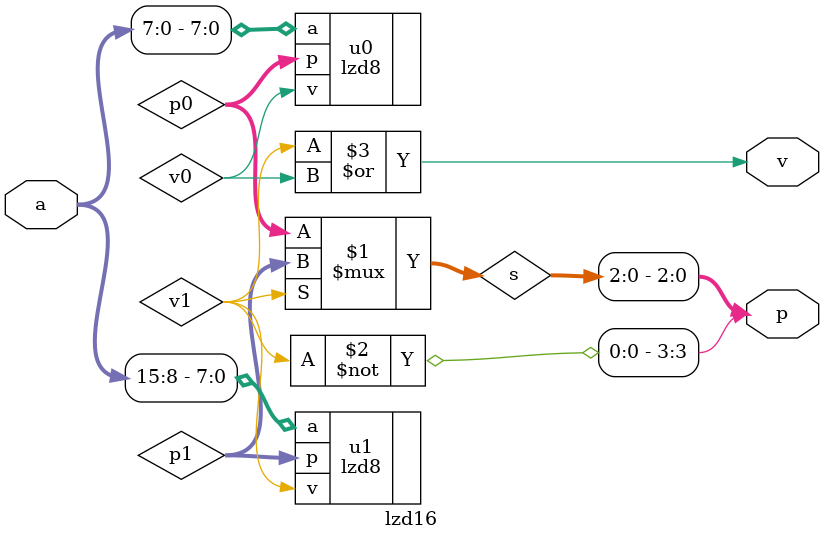
<source format=v>
`timescale 1ns / 1ps
module lzd16(
	input [15:0] a,
	output [3:0] p,
	output v);

wire v1, v0;
wire [2:0] p1, p0, s;

lzd8 u0(
	.a(a[7:0]),
	.p(p0),
	.v(v0)
);

lzd8 u1(
	.a(a[15:8]),
	.p(p1),
	.v(v1)
);

assign s = (v1)?p1:p0;
assign p = {~v1,s};
assign v = v1 | v0;

endmodule

</source>
